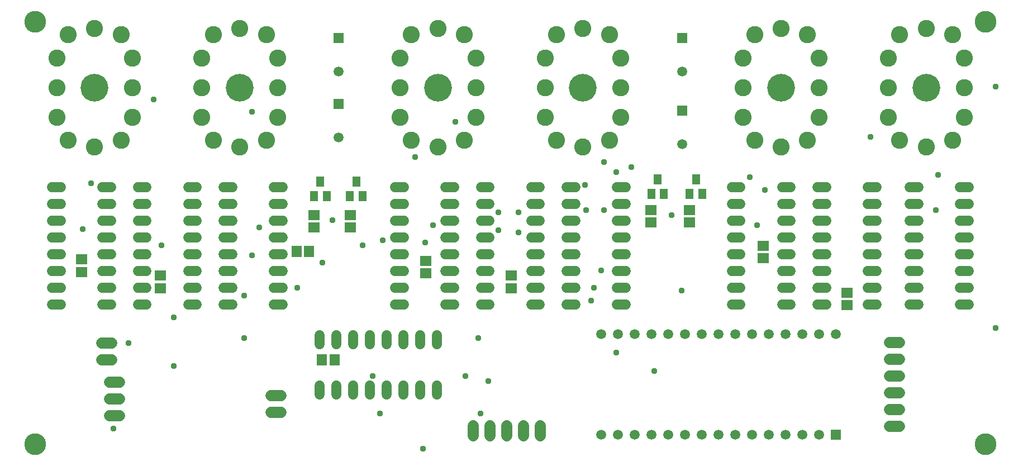
<source format=gbr>
G04 EAGLE Gerber RS-274X export*
G75*
%MOMM*%
%FSLAX34Y34*%
%LPD*%
%INSoldermask Top*%
%IPPOS*%
%AMOC8*
5,1,8,0,0,1.08239X$1,22.5*%
G01*
%ADD10C,3.303200*%
%ADD11C,4.203200*%
%ADD12R,1.511200X1.511200*%
%ADD13C,1.511200*%
%ADD14C,1.524000*%
%ADD15C,1.727200*%
%ADD16C,2.603200*%
%ADD17R,1.703200X1.503200*%
%ADD18R,1.203200X1.603200*%
%ADD19R,1.503200X1.703200*%
%ADD20C,0.959600*%


D10*
X30000Y670000D03*
X30000Y30000D03*
X1470000Y670000D03*
X1470000Y30000D03*
D11*
X120000Y570000D03*
X340000Y570000D03*
X640000Y570000D03*
X860000Y570000D03*
X1160000Y570000D03*
X1380000Y570000D03*
D12*
X1243200Y43800D03*
D13*
X1217800Y43800D03*
X1192400Y43800D03*
X1167000Y43800D03*
X1141600Y43800D03*
X1116200Y43800D03*
X1090800Y43800D03*
X1065400Y43800D03*
X1040000Y43800D03*
X1014600Y43800D03*
X989200Y43800D03*
X963800Y43800D03*
X938400Y43800D03*
X913000Y43800D03*
X887600Y43800D03*
X887600Y196200D03*
X913000Y196200D03*
X938400Y196200D03*
X963800Y196200D03*
X989200Y196200D03*
X1014600Y196200D03*
X1040000Y196200D03*
X1065400Y196200D03*
X1090800Y196200D03*
X1116200Y196200D03*
X1141600Y196200D03*
X1167000Y196200D03*
X1192400Y196200D03*
X1217800Y196200D03*
X1243200Y196200D03*
D14*
X274704Y418900D02*
X261496Y418900D01*
X261496Y393500D02*
X274704Y393500D01*
X274704Y266500D02*
X261496Y266500D01*
X261496Y241100D02*
X274704Y241100D01*
X274704Y368100D02*
X261496Y368100D01*
X261496Y342700D02*
X274704Y342700D01*
X274704Y291900D02*
X261496Y291900D01*
X261496Y317300D02*
X274704Y317300D01*
X198504Y241100D02*
X185296Y241100D01*
X185296Y266500D02*
X198504Y266500D01*
X198504Y291900D02*
X185296Y291900D01*
X185296Y317300D02*
X198504Y317300D01*
X198504Y342700D02*
X185296Y342700D01*
X185296Y368100D02*
X198504Y368100D01*
X198504Y393500D02*
X185296Y393500D01*
X185296Y418900D02*
X198504Y418900D01*
X781496Y418900D02*
X794704Y418900D01*
X794704Y393500D02*
X781496Y393500D01*
X781496Y266500D02*
X794704Y266500D01*
X794704Y241100D02*
X781496Y241100D01*
X781496Y368100D02*
X794704Y368100D01*
X794704Y342700D02*
X781496Y342700D01*
X781496Y291900D02*
X794704Y291900D01*
X794704Y317300D02*
X781496Y317300D01*
X718504Y241100D02*
X705296Y241100D01*
X705296Y266500D02*
X718504Y266500D01*
X718504Y291900D02*
X705296Y291900D01*
X705296Y317300D02*
X718504Y317300D01*
X718504Y342700D02*
X705296Y342700D01*
X705296Y368100D02*
X718504Y368100D01*
X718504Y393500D02*
X705296Y393500D01*
X705296Y418900D02*
X718504Y418900D01*
X1291496Y418900D02*
X1304704Y418900D01*
X1304704Y393500D02*
X1291496Y393500D01*
X1291496Y266500D02*
X1304704Y266500D01*
X1304704Y241100D02*
X1291496Y241100D01*
X1291496Y368100D02*
X1304704Y368100D01*
X1304704Y342700D02*
X1291496Y342700D01*
X1291496Y291900D02*
X1304704Y291900D01*
X1304704Y317300D02*
X1291496Y317300D01*
X1228504Y241100D02*
X1215296Y241100D01*
X1215296Y266500D02*
X1228504Y266500D01*
X1228504Y291900D02*
X1215296Y291900D01*
X1215296Y317300D02*
X1228504Y317300D01*
X1228504Y342700D02*
X1215296Y342700D01*
X1215296Y368100D02*
X1228504Y368100D01*
X1228504Y393500D02*
X1215296Y393500D01*
X1215296Y418900D02*
X1228504Y418900D01*
X638900Y118504D02*
X638900Y105296D01*
X613500Y105296D02*
X613500Y118504D01*
X486500Y118504D02*
X486500Y105296D01*
X461100Y105296D02*
X461100Y118504D01*
X588100Y118504D02*
X588100Y105296D01*
X562700Y105296D02*
X562700Y118504D01*
X511900Y118504D02*
X511900Y105296D01*
X537300Y105296D02*
X537300Y118504D01*
X461100Y181496D02*
X461100Y194704D01*
X486500Y194704D02*
X486500Y181496D01*
X511900Y181496D02*
X511900Y194704D01*
X537300Y194704D02*
X537300Y181496D01*
X562700Y181496D02*
X562700Y194704D01*
X588100Y194704D02*
X588100Y181496D01*
X613500Y181496D02*
X613500Y194704D01*
X638900Y194704D02*
X638900Y181496D01*
D15*
X1324280Y56500D02*
X1339520Y56500D01*
X1339520Y81900D02*
X1324280Y81900D01*
X1324280Y107300D02*
X1339520Y107300D01*
X1339520Y132700D02*
X1324280Y132700D01*
X1324280Y158100D02*
X1339520Y158100D01*
X1339520Y183500D02*
X1324280Y183500D01*
X145720Y182700D02*
X130480Y182700D01*
X130480Y157300D02*
X145720Y157300D01*
D16*
X80000Y650000D03*
X62500Y615000D03*
X62500Y570000D03*
X62500Y525000D03*
X80000Y490000D03*
X120000Y480000D03*
X160000Y490000D03*
X177500Y525000D03*
X177500Y570000D03*
X177500Y615000D03*
X160000Y650000D03*
X120000Y660000D03*
X300000Y650000D03*
X282500Y615000D03*
X282500Y570000D03*
X282500Y525000D03*
X300000Y490000D03*
X340000Y480000D03*
X380000Y490000D03*
X397500Y525000D03*
X397500Y570000D03*
X397500Y615000D03*
X380000Y650000D03*
X340000Y660000D03*
X600000Y650000D03*
X582500Y615000D03*
X582500Y570000D03*
X582500Y525000D03*
X600000Y490000D03*
X640000Y480000D03*
X680000Y490000D03*
X697500Y525000D03*
X697500Y570000D03*
X697500Y615000D03*
X680000Y650000D03*
X640000Y660000D03*
X820000Y650000D03*
X802500Y615000D03*
X802500Y570000D03*
X802500Y525000D03*
X820000Y490000D03*
X860000Y480000D03*
X900000Y490000D03*
X917500Y525000D03*
X917500Y570000D03*
X917500Y615000D03*
X900000Y650000D03*
X860000Y660000D03*
X1120000Y650000D03*
X1102500Y615000D03*
X1102500Y570000D03*
X1102500Y525000D03*
X1120000Y490000D03*
X1160000Y480000D03*
X1200000Y490000D03*
X1217500Y525000D03*
X1217500Y570000D03*
X1217500Y615000D03*
X1200000Y650000D03*
X1160000Y660000D03*
X1340000Y650000D03*
X1322500Y615000D03*
X1322500Y570000D03*
X1322500Y525000D03*
X1340000Y490000D03*
X1380000Y480000D03*
X1420000Y490000D03*
X1437500Y525000D03*
X1437500Y570000D03*
X1437500Y615000D03*
X1420000Y650000D03*
X1380000Y660000D03*
D17*
X507140Y358210D03*
X507140Y377210D03*
X452020Y358120D03*
X452020Y377120D03*
X963100Y365740D03*
X963100Y384740D03*
X1021210Y365740D03*
X1021210Y384740D03*
D14*
X144704Y418900D02*
X131496Y418900D01*
X131496Y393500D02*
X144704Y393500D01*
X144704Y266500D02*
X131496Y266500D01*
X131496Y241100D02*
X144704Y241100D01*
X144704Y368100D02*
X131496Y368100D01*
X131496Y342700D02*
X144704Y342700D01*
X144704Y291900D02*
X131496Y291900D01*
X131496Y317300D02*
X144704Y317300D01*
X68504Y241100D02*
X55296Y241100D01*
X55296Y266500D02*
X68504Y266500D01*
X68504Y291900D02*
X55296Y291900D01*
X55296Y317300D02*
X68504Y317300D01*
X68504Y342700D02*
X55296Y342700D01*
X55296Y368100D02*
X68504Y368100D01*
X68504Y393500D02*
X55296Y393500D01*
X55296Y418900D02*
X68504Y418900D01*
D12*
X1010000Y535400D03*
D13*
X1010000Y484600D03*
D12*
X1010000Y645400D03*
D13*
X1010000Y594600D03*
D14*
X404704Y418900D02*
X391496Y418900D01*
X391496Y393500D02*
X404704Y393500D01*
X404704Y266500D02*
X391496Y266500D01*
X391496Y241100D02*
X404704Y241100D01*
X404704Y368100D02*
X391496Y368100D01*
X391496Y342700D02*
X404704Y342700D01*
X404704Y291900D02*
X391496Y291900D01*
X391496Y317300D02*
X404704Y317300D01*
X328504Y241100D02*
X315296Y241100D01*
X315296Y266500D02*
X328504Y266500D01*
X328504Y291900D02*
X315296Y291900D01*
X315296Y317300D02*
X328504Y317300D01*
X328504Y342700D02*
X315296Y342700D01*
X315296Y368100D02*
X328504Y368100D01*
X328504Y393500D02*
X315296Y393500D01*
X315296Y418900D02*
X328504Y418900D01*
X651496Y418900D02*
X664704Y418900D01*
X664704Y393500D02*
X651496Y393500D01*
X651496Y266500D02*
X664704Y266500D01*
X664704Y241100D02*
X651496Y241100D01*
X651496Y368100D02*
X664704Y368100D01*
X664704Y342700D02*
X651496Y342700D01*
X651496Y291900D02*
X664704Y291900D01*
X664704Y317300D02*
X651496Y317300D01*
X588504Y241100D02*
X575296Y241100D01*
X575296Y266500D02*
X588504Y266500D01*
X588504Y291900D02*
X575296Y291900D01*
X575296Y317300D02*
X588504Y317300D01*
X588504Y342700D02*
X575296Y342700D01*
X575296Y368100D02*
X588504Y368100D01*
X588504Y393500D02*
X575296Y393500D01*
X575296Y418900D02*
X588504Y418900D01*
X911496Y418900D02*
X924704Y418900D01*
X924704Y393500D02*
X911496Y393500D01*
X911496Y266500D02*
X924704Y266500D01*
X924704Y241100D02*
X911496Y241100D01*
X911496Y368100D02*
X924704Y368100D01*
X924704Y342700D02*
X911496Y342700D01*
X911496Y291900D02*
X924704Y291900D01*
X924704Y317300D02*
X911496Y317300D01*
X848504Y241100D02*
X835296Y241100D01*
X835296Y266500D02*
X848504Y266500D01*
X848504Y291900D02*
X835296Y291900D01*
X835296Y317300D02*
X848504Y317300D01*
X848504Y342700D02*
X835296Y342700D01*
X835296Y368100D02*
X848504Y368100D01*
X848504Y393500D02*
X835296Y393500D01*
X835296Y418900D02*
X848504Y418900D01*
X1161496Y418900D02*
X1174704Y418900D01*
X1174704Y393500D02*
X1161496Y393500D01*
X1161496Y266500D02*
X1174704Y266500D01*
X1174704Y241100D02*
X1161496Y241100D01*
X1161496Y368100D02*
X1174704Y368100D01*
X1174704Y342700D02*
X1161496Y342700D01*
X1161496Y291900D02*
X1174704Y291900D01*
X1174704Y317300D02*
X1161496Y317300D01*
X1098504Y241100D02*
X1085296Y241100D01*
X1085296Y266500D02*
X1098504Y266500D01*
X1098504Y291900D02*
X1085296Y291900D01*
X1085296Y317300D02*
X1098504Y317300D01*
X1098504Y342700D02*
X1085296Y342700D01*
X1085296Y368100D02*
X1098504Y368100D01*
X1098504Y393500D02*
X1085296Y393500D01*
X1085296Y418900D02*
X1098504Y418900D01*
X1431496Y418900D02*
X1444704Y418900D01*
X1444704Y393500D02*
X1431496Y393500D01*
X1431496Y266500D02*
X1444704Y266500D01*
X1444704Y241100D02*
X1431496Y241100D01*
X1431496Y368100D02*
X1444704Y368100D01*
X1444704Y342700D02*
X1431496Y342700D01*
X1431496Y291900D02*
X1444704Y291900D01*
X1444704Y317300D02*
X1431496Y317300D01*
X1368504Y241100D02*
X1355296Y241100D01*
X1355296Y266500D02*
X1368504Y266500D01*
X1368504Y291900D02*
X1355296Y291900D01*
X1355296Y317300D02*
X1368504Y317300D01*
X1368504Y342700D02*
X1355296Y342700D01*
X1355296Y368100D02*
X1368504Y368100D01*
X1368504Y393500D02*
X1355296Y393500D01*
X1355296Y418900D02*
X1368504Y418900D01*
D15*
X157620Y72500D02*
X142380Y72500D01*
X142380Y97900D02*
X157620Y97900D01*
X157620Y123300D02*
X142380Y123300D01*
X387380Y78000D02*
X402620Y78000D01*
X402620Y103400D02*
X387380Y103400D01*
D12*
X490000Y645400D03*
D13*
X490000Y594600D03*
D12*
X490000Y545400D03*
D13*
X490000Y494600D03*
D18*
X516320Y427190D03*
X525820Y405190D03*
X506820Y405190D03*
X462020Y427190D03*
X471520Y405190D03*
X452520Y405190D03*
X973100Y431000D03*
X982600Y409000D03*
X963600Y409000D03*
X1031210Y431000D03*
X1040710Y409000D03*
X1021710Y409000D03*
D17*
X219580Y266280D03*
X219580Y285280D03*
X100000Y309500D03*
X100000Y290500D03*
D19*
X425830Y321900D03*
X444830Y321900D03*
D17*
X622060Y288670D03*
X622060Y307670D03*
X751140Y266280D03*
X751140Y285280D03*
X1133140Y311530D03*
X1133140Y330530D03*
X1260000Y259500D03*
X1260000Y240500D03*
D19*
X483310Y157620D03*
X464310Y157620D03*
D15*
X795250Y57620D02*
X795250Y42380D01*
X769850Y42380D02*
X769850Y57620D01*
X744450Y57620D02*
X744450Y42380D01*
X719050Y42380D02*
X719050Y57620D01*
X693650Y57620D02*
X693650Y42380D01*
D20*
X220980Y331470D03*
X346710Y255270D03*
X358140Y316230D03*
X240030Y221600D03*
X731520Y354330D03*
X240030Y148590D03*
X617220Y22860D03*
X716280Y125730D03*
X701040Y190500D03*
X1485296Y205740D03*
X1009650Y262890D03*
X480060Y369570D03*
X464820Y304800D03*
X556260Y339090D03*
X632460Y361950D03*
X762000Y350520D03*
X762000Y381000D03*
X1123950Y361950D03*
X994410Y377190D03*
X525780Y331470D03*
X731520Y381000D03*
X171450Y182880D03*
X148590Y53340D03*
X541020Y133350D03*
X681990Y133350D03*
X346710Y190500D03*
X967740Y140970D03*
X426720Y266700D03*
X910590Y168882D03*
X872490Y247650D03*
X101600Y355600D03*
X114300Y425450D03*
X209550Y552450D03*
X358140Y533400D03*
X369570Y358140D03*
X621030Y335280D03*
X605790Y464820D03*
X666750Y518160D03*
X910590Y441960D03*
X876300Y266700D03*
X862700Y422910D03*
X887730Y293370D03*
X891540Y457200D03*
X891540Y384810D03*
X864870Y384810D03*
X933450Y449580D03*
X1135380Y415290D03*
X1112520Y434340D03*
X1295400Y495300D03*
X1394460Y384810D03*
X1398270Y438150D03*
X1485296Y571500D03*
X704850Y76200D03*
X552450Y76200D03*
M02*

</source>
